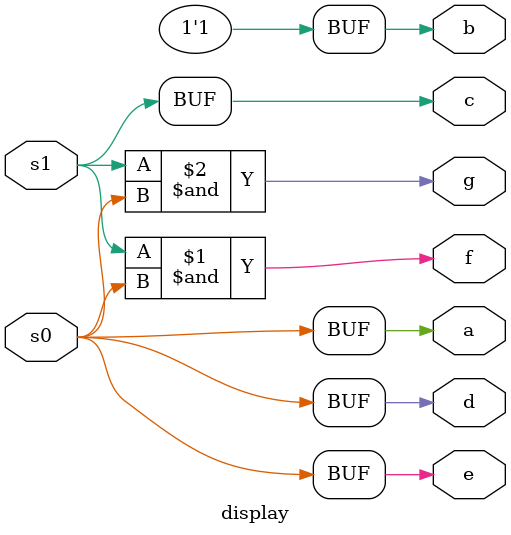
<source format=v>
module display (s1, s0, a, b, c, d, e, f, g);

    input s1, s0;
    output a, b, c, d, e, f, g;

    assign a = s0;
    assign b = 1;
    assign c = s1;
    assign d = s0;
    assign e = s0;
    assign f = s1 & s0;
    assign g = s1 & s0;

endmodule
</source>
